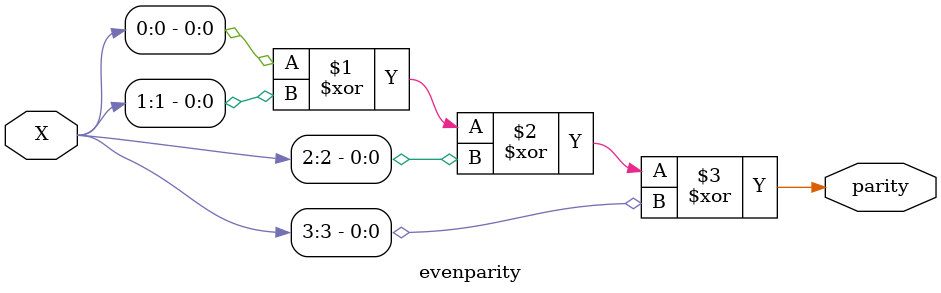
<source format=v>
module evenparity(X,parity);
	input [0:3] X;
	output parity;
	assign parity = X[0]^X[1]^X[2]^X[3];
endmodule
</source>
